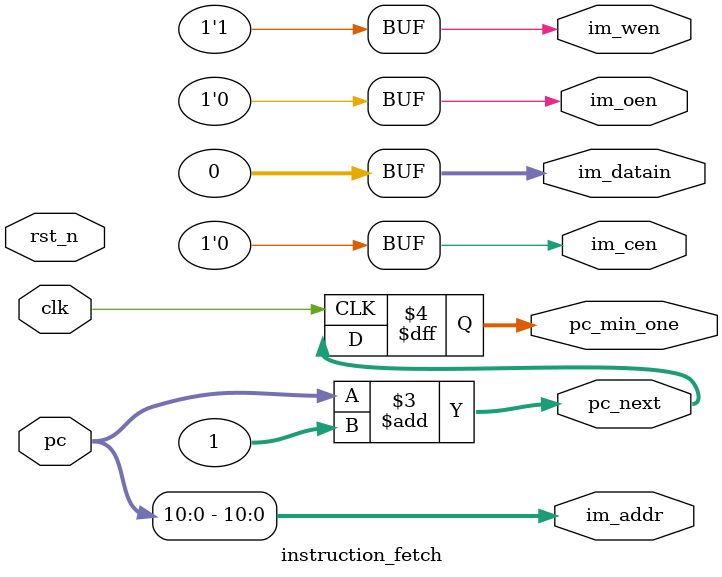
<source format=v>
module instruction_fetch (
  input clk,
  input rst_n,
  input [31:0] pc,
  output reg [31:0] pc_min_one,
  output reg im_cen,
  output reg im_wen,
  output reg im_oen,
  output reg [10:0] im_addr,
  output reg [31:0] im_datain,
  output reg [31:0] pc_next
);

  localparam UNDEFINE = 32'b0;

  always@ (posedge clk) begin
    pc_min_one <= pc_next;
  end

  always@ (*) begin
    im_cen = 1'b0;
    im_wen = 1'b1;
    im_oen = 1'b0;
    im_addr = pc[10:0];
    im_datain = UNDEFINE;
    pc_next = pc + 32'd1;
  end

endmodule

</source>
